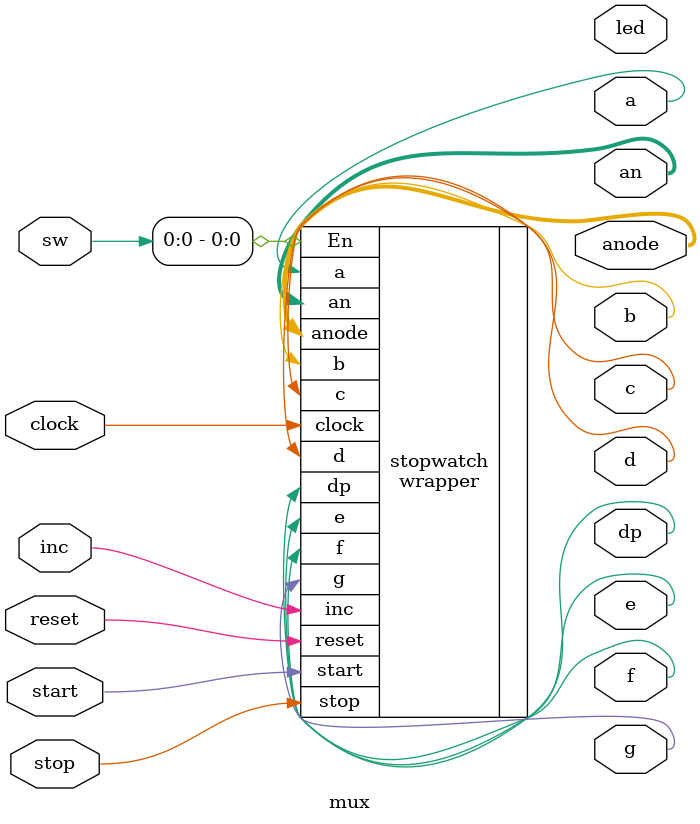
<source format=v>
`timescale 1ns / 1ps


module mux(
    input clock,
    input reset,
    input start,
    input stop,
    input inc,
    input [1:0]sw,
    output a, b, c, d, e, f, g, dp,
    output [3:0] an,
    output [3:0] anode,
    output [1:0]led
    );
    
   wrapper stopwatch (
    .clock(clock),
    .En(sw[0]),
    .reset(reset),
    .start(start),
    .stop(stop),
    .inc(inc),
    .a(a),
    .b(b), 
    .c(c), 
    .d(d), 
    .e(e), 
    .f(f),
    .g(g), 
    .dp(dp),
    .an(an),
    .anode(anode)    
    );
   
endmodule

</source>
